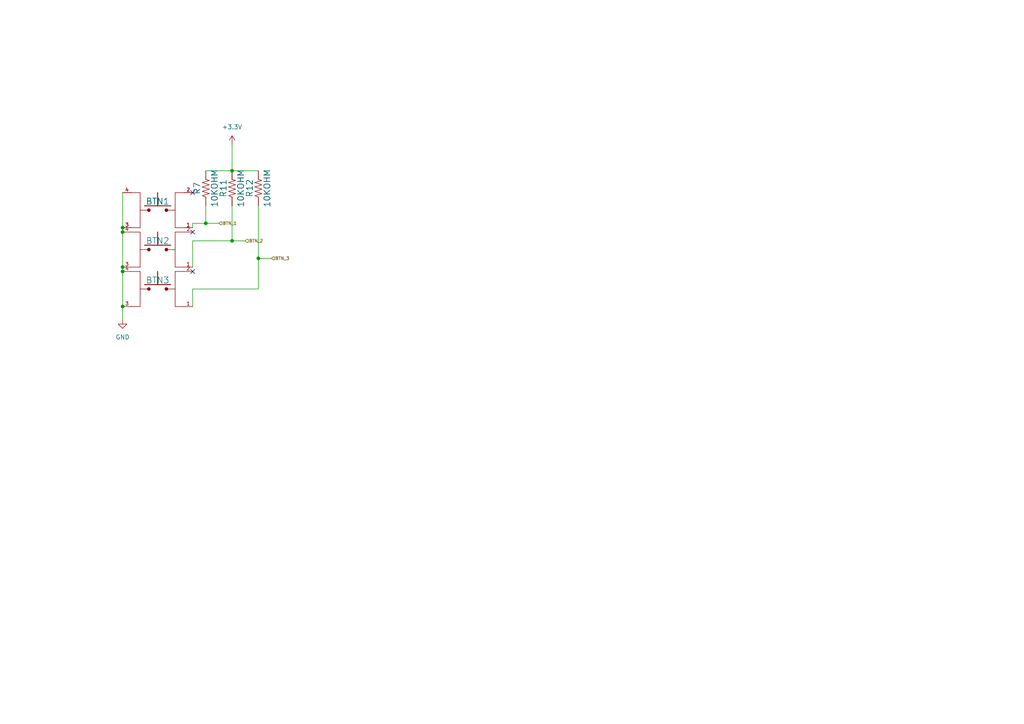
<source format=kicad_sch>
(kicad_sch
	(version 20231120)
	(generator "eeschema")
	(generator_version "8.0")
	(uuid "8b39c053-5c84-4e30-bece-ff02b3beed41")
	(paper "A4")
	(lib_symbols
		(symbol "SparkFun_Qwiic_Micro_SAMD21E-eagle-import:10KOHM-0402-1/16W-1%"
			(exclude_from_sim no)
			(in_bom yes)
			(on_board yes)
			(property "Reference" "R"
				(at 0 1.524 0)
				(effects
					(font
						(size 1.778 1.778)
					)
					(justify bottom)
				)
			)
			(property "Value" ""
				(at 0 -1.524 0)
				(effects
					(font
						(size 1.778 1.778)
					)
					(justify top)
				)
			)
			(property "Footprint" "SparkFun_Qwiic_Micro_SAMD21E:0402"
				(at 0 0 0)
				(effects
					(font
						(size 1.27 1.27)
					)
					(hide yes)
				)
			)
			(property "Datasheet" ""
				(at 0 0 0)
				(effects
					(font
						(size 1.27 1.27)
					)
					(hide yes)
				)
			)
			(property "Description" ""
				(at 0 0 0)
				(effects
					(font
						(size 1.27 1.27)
					)
					(hide yes)
				)
			)
			(property "ki_locked" ""
				(at 0 0 0)
				(effects
					(font
						(size 1.27 1.27)
					)
				)
			)
			(symbol "10KOHM-0402-1/16W-1%_1_0"
				(polyline
					(pts
						(xy -2.54 0) (xy -2.159 1.016)
					)
					(stroke
						(width 0.1524)
						(type solid)
					)
					(fill
						(type none)
					)
				)
				(polyline
					(pts
						(xy -2.159 1.016) (xy -1.524 -1.016)
					)
					(stroke
						(width 0.1524)
						(type solid)
					)
					(fill
						(type none)
					)
				)
				(polyline
					(pts
						(xy -1.524 -1.016) (xy -0.889 1.016)
					)
					(stroke
						(width 0.1524)
						(type solid)
					)
					(fill
						(type none)
					)
				)
				(polyline
					(pts
						(xy -0.889 1.016) (xy -0.254 -1.016)
					)
					(stroke
						(width 0.1524)
						(type solid)
					)
					(fill
						(type none)
					)
				)
				(polyline
					(pts
						(xy -0.254 -1.016) (xy 0.381 1.016)
					)
					(stroke
						(width 0.1524)
						(type solid)
					)
					(fill
						(type none)
					)
				)
				(polyline
					(pts
						(xy 0.381 1.016) (xy 1.016 -1.016)
					)
					(stroke
						(width 0.1524)
						(type solid)
					)
					(fill
						(type none)
					)
				)
				(polyline
					(pts
						(xy 1.016 -1.016) (xy 1.651 1.016)
					)
					(stroke
						(width 0.1524)
						(type solid)
					)
					(fill
						(type none)
					)
				)
				(polyline
					(pts
						(xy 1.651 1.016) (xy 2.286 -1.016)
					)
					(stroke
						(width 0.1524)
						(type solid)
					)
					(fill
						(type none)
					)
				)
				(polyline
					(pts
						(xy 2.286 -1.016) (xy 2.54 0)
					)
					(stroke
						(width 0.1524)
						(type solid)
					)
					(fill
						(type none)
					)
				)
				(pin passive line
					(at -5.08 0 0)
					(length 2.54)
					(name "1"
						(effects
							(font
								(size 0 0)
							)
						)
					)
					(number "1"
						(effects
							(font
								(size 0 0)
							)
						)
					)
				)
				(pin passive line
					(at 5.08 0 180)
					(length 2.54)
					(name "2"
						(effects
							(font
								(size 0 0)
							)
						)
					)
					(number "2"
						(effects
							(font
								(size 0 0)
							)
						)
					)
				)
			)
		)
		(symbol "TL3305AF160QG:TL3305AF160QG"
			(pin_names
				(offset 1.016) hide)
			(exclude_from_sim no)
			(in_bom yes)
			(on_board yes)
			(property "Reference" "S"
				(at -5.08 8.89 0)
				(effects
					(font
						(size 1.27 1.27)
					)
					(justify left bottom)
				)
			)
			(property "Value" "TL3305AF160QG"
				(at -5.08 -7.62 0)
				(effects
					(font
						(size 1.27 1.27)
					)
					(justify left bottom)
				)
			)
			(property "Footprint" "SnapEDA Library:SW_TL3305AF160QG"
				(at 0 0 0)
				(effects
					(font
						(size 1.27 1.27)
					)
					(justify left bottom)
					(hide yes)
				)
			)
			(property "Datasheet" ""
				(at 0 0 0)
				(effects
					(font
						(size 1.27 1.27)
					)
					(justify left bottom)
					(hide yes)
				)
			)
			(property "Description" ""
				(at 0 0 0)
				(effects
					(font
						(size 1.27 1.27)
					)
					(hide yes)
				)
			)
			(property "PARTREV" "C"
				(at 0 0 0)
				(effects
					(font
						(size 1.27 1.27)
					)
					(justify left bottom)
					(hide yes)
				)
			)
			(property "SNAPEDA_PN" "TL3305AF160QG"
				(at 0 0 0)
				(effects
					(font
						(size 1.27 1.27)
					)
					(justify left bottom)
					(hide yes)
				)
			)
			(property "MANUFACTURER" "E-Switch"
				(at 0 0 0)
				(effects
					(font
						(size 1.27 1.27)
					)
					(justify left bottom)
					(hide yes)
				)
			)
			(property "MAXIMUM_PACKAGE_HEIGHT" "3.8 mm"
				(at 0 0 0)
				(effects
					(font
						(size 1.27 1.27)
					)
					(justify left bottom)
					(hide yes)
				)
			)
			(property "STANDARD" "Manufacturer Recommendations"
				(at 0 0 0)
				(effects
					(font
						(size 1.27 1.27)
					)
					(justify left bottom)
					(hide yes)
				)
			)
			(property "ki_locked" ""
				(at 0 0 0)
				(effects
					(font
						(size 1.27 1.27)
					)
				)
			)
			(symbol "TL3305AF160QG_0_0"
				(circle
					(center -2.54 0)
					(radius 0.254)
					(stroke
						(width 0.508)
						(type solid)
					)
					(fill
						(type none)
					)
				)
				(polyline
					(pts
						(xy -7.62 -5.08) (xy -5.08 -5.08)
					)
					(stroke
						(width 0.1524)
						(type solid)
					)
					(fill
						(type none)
					)
				)
				(polyline
					(pts
						(xy -7.62 5.08) (xy -5.08 5.08)
					)
					(stroke
						(width 0.1524)
						(type solid)
					)
					(fill
						(type none)
					)
				)
				(polyline
					(pts
						(xy -5.08 -5.08) (xy -5.08 0)
					)
					(stroke
						(width 0.1524)
						(type solid)
					)
					(fill
						(type none)
					)
				)
				(polyline
					(pts
						(xy -5.08 0) (xy -2.54 0)
					)
					(stroke
						(width 0.1524)
						(type solid)
					)
					(fill
						(type none)
					)
				)
				(polyline
					(pts
						(xy -5.08 5.08) (xy -5.08 0)
					)
					(stroke
						(width 0.1524)
						(type solid)
					)
					(fill
						(type none)
					)
				)
				(polyline
					(pts
						(xy -3.81 1.27) (xy 0 1.27)
					)
					(stroke
						(width 0.254)
						(type solid)
					)
					(fill
						(type none)
					)
				)
				(polyline
					(pts
						(xy 0 1.27) (xy 0 5.08)
					)
					(stroke
						(width 0.254)
						(type solid)
					)
					(fill
						(type none)
					)
				)
				(polyline
					(pts
						(xy 0 1.27) (xy 3.81 1.27)
					)
					(stroke
						(width 0.254)
						(type solid)
					)
					(fill
						(type none)
					)
				)
				(polyline
					(pts
						(xy 5.08 -5.08) (xy 5.08 0)
					)
					(stroke
						(width 0.1524)
						(type solid)
					)
					(fill
						(type none)
					)
				)
				(polyline
					(pts
						(xy 5.08 0) (xy 2.54 0)
					)
					(stroke
						(width 0.1524)
						(type solid)
					)
					(fill
						(type none)
					)
				)
				(polyline
					(pts
						(xy 5.08 0) (xy 5.08 5.08)
					)
					(stroke
						(width 0.1524)
						(type solid)
					)
					(fill
						(type none)
					)
				)
				(polyline
					(pts
						(xy 5.08 5.08) (xy 7.62 5.08)
					)
					(stroke
						(width 0.1524)
						(type solid)
					)
					(fill
						(type none)
					)
				)
				(polyline
					(pts
						(xy 7.62 -5.08) (xy 5.08 -5.08)
					)
					(stroke
						(width 0.1524)
						(type solid)
					)
					(fill
						(type none)
					)
				)
				(circle
					(center 2.54 0)
					(radius 0.254)
					(stroke
						(width 0.508)
						(type solid)
					)
					(fill
						(type none)
					)
				)
				(pin passive line
					(at 10.16 -5.08 180)
					(length 2.54)
					(name "~"
						(effects
							(font
								(size 1.016 1.016)
							)
						)
					)
					(number "1"
						(effects
							(font
								(size 1.016 1.016)
							)
						)
					)
				)
				(pin passive line
					(at 10.16 5.08 180)
					(length 2.54)
					(name "~"
						(effects
							(font
								(size 1.016 1.016)
							)
						)
					)
					(number "2"
						(effects
							(font
								(size 1.016 1.016)
							)
						)
					)
				)
				(pin passive line
					(at -10.16 -5.08 0)
					(length 2.54)
					(name "~"
						(effects
							(font
								(size 1.016 1.016)
							)
						)
					)
					(number "3"
						(effects
							(font
								(size 1.016 1.016)
							)
						)
					)
				)
				(pin passive line
					(at -10.16 5.08 0)
					(length 2.54)
					(name "~"
						(effects
							(font
								(size 1.016 1.016)
							)
						)
					)
					(number "4"
						(effects
							(font
								(size 1.016 1.016)
							)
						)
					)
				)
			)
		)
		(symbol "power:+3.3V"
			(power)
			(pin_names
				(offset 0)
			)
			(exclude_from_sim no)
			(in_bom yes)
			(on_board yes)
			(property "Reference" "#PWR"
				(at 0 -3.81 0)
				(effects
					(font
						(size 1.27 1.27)
					)
					(hide yes)
				)
			)
			(property "Value" "+3.3V"
				(at 0 3.556 0)
				(effects
					(font
						(size 1.27 1.27)
					)
				)
			)
			(property "Footprint" ""
				(at 0 0 0)
				(effects
					(font
						(size 1.27 1.27)
					)
					(hide yes)
				)
			)
			(property "Datasheet" ""
				(at 0 0 0)
				(effects
					(font
						(size 1.27 1.27)
					)
					(hide yes)
				)
			)
			(property "Description" "Power symbol creates a global label with name \"+3.3V\""
				(at 0 0 0)
				(effects
					(font
						(size 1.27 1.27)
					)
					(hide yes)
				)
			)
			(property "ki_keywords" "global power"
				(at 0 0 0)
				(effects
					(font
						(size 1.27 1.27)
					)
					(hide yes)
				)
			)
			(symbol "+3.3V_0_1"
				(polyline
					(pts
						(xy -0.762 1.27) (xy 0 2.54)
					)
					(stroke
						(width 0)
						(type default)
					)
					(fill
						(type none)
					)
				)
				(polyline
					(pts
						(xy 0 0) (xy 0 2.54)
					)
					(stroke
						(width 0)
						(type default)
					)
					(fill
						(type none)
					)
				)
				(polyline
					(pts
						(xy 0 2.54) (xy 0.762 1.27)
					)
					(stroke
						(width 0)
						(type default)
					)
					(fill
						(type none)
					)
				)
			)
			(symbol "+3.3V_1_1"
				(pin power_in line
					(at 0 0 90)
					(length 0) hide
					(name "+3.3V"
						(effects
							(font
								(size 1.27 1.27)
							)
						)
					)
					(number "1"
						(effects
							(font
								(size 1.27 1.27)
							)
						)
					)
				)
			)
		)
		(symbol "power:GND"
			(power)
			(pin_names
				(offset 0)
			)
			(exclude_from_sim no)
			(in_bom yes)
			(on_board yes)
			(property "Reference" "#PWR"
				(at 0 -6.35 0)
				(effects
					(font
						(size 1.27 1.27)
					)
					(hide yes)
				)
			)
			(property "Value" "GND"
				(at 0 -3.81 0)
				(effects
					(font
						(size 1.27 1.27)
					)
				)
			)
			(property "Footprint" ""
				(at 0 0 0)
				(effects
					(font
						(size 1.27 1.27)
					)
					(hide yes)
				)
			)
			(property "Datasheet" ""
				(at 0 0 0)
				(effects
					(font
						(size 1.27 1.27)
					)
					(hide yes)
				)
			)
			(property "Description" "Power symbol creates a global label with name \"GND\" , ground"
				(at 0 0 0)
				(effects
					(font
						(size 1.27 1.27)
					)
					(hide yes)
				)
			)
			(property "ki_keywords" "global power"
				(at 0 0 0)
				(effects
					(font
						(size 1.27 1.27)
					)
					(hide yes)
				)
			)
			(symbol "GND_0_1"
				(polyline
					(pts
						(xy 0 0) (xy 0 -1.27) (xy 1.27 -1.27) (xy 0 -2.54) (xy -1.27 -1.27) (xy 0 -1.27)
					)
					(stroke
						(width 0)
						(type default)
					)
					(fill
						(type none)
					)
				)
			)
			(symbol "GND_1_1"
				(pin power_in line
					(at 0 0 270)
					(length 0) hide
					(name "GND"
						(effects
							(font
								(size 1.27 1.27)
							)
						)
					)
					(number "1"
						(effects
							(font
								(size 1.27 1.27)
							)
						)
					)
				)
			)
		)
	)
	(junction
		(at 59.69 64.77)
		(diameter 0)
		(color 0 0 0 0)
		(uuid "06470f85-20d7-4392-8069-879deb780e8e")
	)
	(junction
		(at 35.56 88.9)
		(diameter 0)
		(color 0 0 0 0)
		(uuid "1dc07c60-15ac-49ee-a4a3-89b981357ff2")
	)
	(junction
		(at 67.31 69.85)
		(diameter 0)
		(color 0 0 0 0)
		(uuid "3632beb2-c89a-4105-995b-b50cd50027b3")
	)
	(junction
		(at 67.31 49.53)
		(diameter 0)
		(color 0 0 0 0)
		(uuid "5343d67a-e196-4132-a5c6-2d0c0a586824")
	)
	(junction
		(at 74.93 74.93)
		(diameter 0)
		(color 0 0 0 0)
		(uuid "6cfde038-b120-4913-a360-975822c5ab2d")
	)
	(junction
		(at 35.56 66.04)
		(diameter 0)
		(color 0 0 0 0)
		(uuid "a65aebe5-6eab-4439-9777-91bc51ff3afe")
	)
	(junction
		(at 35.56 78.74)
		(diameter 0)
		(color 0 0 0 0)
		(uuid "a97d2aef-208a-4348-98f0-f2ee69b535e7")
	)
	(junction
		(at 35.56 77.47)
		(diameter 0)
		(color 0 0 0 0)
		(uuid "e2188cda-247b-4f12-885c-fd3f8209df2b")
	)
	(junction
		(at 35.56 67.31)
		(diameter 0)
		(color 0 0 0 0)
		(uuid "ec13f1b9-f832-4a0e-8948-f3e596504275")
	)
	(no_connect
		(at 55.88 78.74)
		(uuid "0cef2ca3-c075-44f8-b4b7-796cedac4cb5")
	)
	(no_connect
		(at 55.88 67.31)
		(uuid "48cf7b94-8d89-4e14-aa29-81db67e54b87")
	)
	(no_connect
		(at 55.88 55.88)
		(uuid "4fa93fb4-fec7-44d7-9180-03bd2fb8c001")
	)
	(wire
		(pts
			(xy 55.88 64.77) (xy 55.88 66.04)
		)
		(stroke
			(width 0)
			(type default)
		)
		(uuid "00722698-531b-4237-916c-7d5096f7b786")
	)
	(wire
		(pts
			(xy 55.88 64.77) (xy 59.69 64.77)
		)
		(stroke
			(width 0)
			(type default)
		)
		(uuid "14c38f69-571a-47c7-b6af-77ea413d06df")
	)
	(wire
		(pts
			(xy 55.88 69.85) (xy 67.31 69.85)
		)
		(stroke
			(width 0)
			(type default)
		)
		(uuid "15c696e7-43bb-4e49-8e0a-745107de2fe6")
	)
	(wire
		(pts
			(xy 59.69 59.69) (xy 59.69 64.77)
		)
		(stroke
			(width 0)
			(type default)
		)
		(uuid "16e8c671-80c9-4406-8202-4a23ef4e5918")
	)
	(wire
		(pts
			(xy 59.69 49.53) (xy 67.31 49.53)
		)
		(stroke
			(width 0)
			(type default)
		)
		(uuid "1ac87388-2ac7-43b9-9b9e-fc46a72dec2f")
	)
	(wire
		(pts
			(xy 35.56 66.04) (xy 35.56 67.31)
		)
		(stroke
			(width 0)
			(type default)
		)
		(uuid "2377b0c1-7695-4e9e-9dd9-921d9151653e")
	)
	(wire
		(pts
			(xy 55.88 83.82) (xy 55.88 88.9)
		)
		(stroke
			(width 0)
			(type default)
		)
		(uuid "2adc6f0e-98b7-4741-aef7-0327b384be47")
	)
	(wire
		(pts
			(xy 74.93 74.93) (xy 74.93 59.69)
		)
		(stroke
			(width 0)
			(type default)
		)
		(uuid "33d5e5d6-bb06-4eb6-a391-6a2fcb63f49f")
	)
	(wire
		(pts
			(xy 35.56 78.74) (xy 35.56 88.9)
		)
		(stroke
			(width 0)
			(type default)
		)
		(uuid "39f9f979-6aa5-4875-8319-321b55e75c40")
	)
	(wire
		(pts
			(xy 59.69 64.77) (xy 63.5 64.77)
		)
		(stroke
			(width 0)
			(type default)
		)
		(uuid "49b7e48d-a699-478c-82f2-d38a7872e946")
	)
	(wire
		(pts
			(xy 35.56 88.9) (xy 35.56 92.71)
		)
		(stroke
			(width 0)
			(type default)
		)
		(uuid "566d33f2-641c-4ad2-9703-1609a2db4bc9")
	)
	(wire
		(pts
			(xy 55.88 69.85) (xy 55.88 77.47)
		)
		(stroke
			(width 0)
			(type default)
		)
		(uuid "8035f3c8-bdaf-446e-b06b-3c0c13c9231b")
	)
	(wire
		(pts
			(xy 74.93 74.93) (xy 74.93 83.82)
		)
		(stroke
			(width 0)
			(type default)
		)
		(uuid "9a8413ed-5f75-4ee8-8f68-b4a641a8dc68")
	)
	(wire
		(pts
			(xy 67.31 41.91) (xy 67.31 49.53)
		)
		(stroke
			(width 0)
			(type default)
		)
		(uuid "a267f756-212b-4aab-aa3c-471053fadd3a")
	)
	(wire
		(pts
			(xy 67.31 69.85) (xy 71.12 69.85)
		)
		(stroke
			(width 0)
			(type default)
		)
		(uuid "ad6f698d-d809-49bb-9a10-7706ad28f559")
	)
	(wire
		(pts
			(xy 35.56 55.88) (xy 35.56 66.04)
		)
		(stroke
			(width 0)
			(type default)
		)
		(uuid "c3d9cbf5-3d68-4a5c-b984-f21e9fa90b12")
	)
	(wire
		(pts
			(xy 35.56 67.31) (xy 35.56 77.47)
		)
		(stroke
			(width 0)
			(type default)
		)
		(uuid "ccefa0c7-1627-44a3-9551-a0f8834f98e4")
	)
	(wire
		(pts
			(xy 67.31 59.69) (xy 67.31 69.85)
		)
		(stroke
			(width 0)
			(type default)
		)
		(uuid "dfd83095-b61a-4840-a06b-5fd9517cda4f")
	)
	(wire
		(pts
			(xy 74.93 83.82) (xy 55.88 83.82)
		)
		(stroke
			(width 0)
			(type default)
		)
		(uuid "e5a4a49b-590c-403f-8321-8ead9ea24fdf")
	)
	(wire
		(pts
			(xy 35.56 77.47) (xy 35.56 78.74)
		)
		(stroke
			(width 0)
			(type default)
		)
		(uuid "efb2f0ad-78e3-46de-ba91-522c7bebf16b")
	)
	(wire
		(pts
			(xy 67.31 49.53) (xy 74.93 49.53)
		)
		(stroke
			(width 0)
			(type default)
		)
		(uuid "f5a86f49-3977-4d69-b86f-e030f41be4fd")
	)
	(wire
		(pts
			(xy 74.93 74.93) (xy 78.74 74.93)
		)
		(stroke
			(width 0)
			(type default)
		)
		(uuid "f7d452de-1a01-48a7-a4c9-2641035a1978")
	)
	(hierarchical_label "BTN_3"
		(shape input)
		(at 78.74 74.93 0)
		(fields_autoplaced yes)
		(effects
			(font
				(size 0.889 0.889)
			)
			(justify left)
		)
		(uuid "84c26504-1b5a-4495-ada3-37efd1f1a06c")
	)
	(hierarchical_label "BTN_1"
		(shape input)
		(at 63.5 64.77 0)
		(fields_autoplaced yes)
		(effects
			(font
				(size 0.889 0.889)
			)
			(justify left)
		)
		(uuid "bedb046c-f726-46e2-b8dc-853c37c5db5a")
	)
	(hierarchical_label "BTN_2"
		(shape input)
		(at 71.12 69.85 0)
		(fields_autoplaced yes)
		(effects
			(font
				(size 0.889 0.889)
			)
			(justify left)
		)
		(uuid "c2d66fca-3baf-4c7c-a19a-6a3800abcf4d")
	)
	(symbol
		(lib_id "TL3305AF160QG:TL3305AF160QG")
		(at 45.72 72.39 0)
		(unit 1)
		(exclude_from_sim no)
		(in_bom yes)
		(on_board yes)
		(dnp no)
		(uuid "34855968-c0bd-4f98-9c57-34b07c2cdd28")
		(property "Reference" "BTN2"
			(at 45.72 70.866 0)
			(effects
				(font
					(size 1.778 1.778)
				)
				(justify bottom)
			)
		)
		(property "Value" "BTN2"
			(at 45.72 72.898 0)
			(effects
				(font
					(size 1.778 1.778)
				)
				(justify top)
				(hide yes)
			)
		)
		(property "Footprint" "SnapEDA Library:SW_TL3305AF160QG"
			(at 45.72 72.39 0)
			(effects
				(font
					(size 1.27 1.27)
				)
				(justify left bottom)
				(hide yes)
			)
		)
		(property "Datasheet" "~"
			(at 45.72 72.39 0)
			(effects
				(font
					(size 1.27 1.27)
				)
				(justify left bottom)
				(hide yes)
			)
		)
		(property "Description" ""
			(at 45.72 72.39 0)
			(effects
				(font
					(size 1.27 1.27)
				)
				(hide yes)
			)
		)
		(property "PARTREV" "C"
			(at 45.72 72.39 0)
			(effects
				(font
					(size 1.27 1.27)
				)
				(justify left bottom)
				(hide yes)
			)
		)
		(property "SNAPEDA_PN" "TL3305AF160QG"
			(at 45.72 72.39 0)
			(effects
				(font
					(size 1.27 1.27)
				)
				(justify left bottom)
				(hide yes)
			)
		)
		(property "MANUFACTURER" "E-Switch"
			(at 45.72 72.39 0)
			(effects
				(font
					(size 1.27 1.27)
				)
				(justify left bottom)
				(hide yes)
			)
		)
		(property "MAXIMUM_PACKAGE_HEIGHT" "3.8 mm"
			(at 45.72 72.39 0)
			(effects
				(font
					(size 1.27 1.27)
				)
				(justify left bottom)
				(hide yes)
			)
		)
		(property "STANDARD" "Manufacturer Recommendations"
			(at 45.72 72.39 0)
			(effects
				(font
					(size 1.27 1.27)
				)
				(justify left bottom)
				(hide yes)
			)
		)
		(property "Mouser Part Number" "612-TL3305AF160QG"
			(at 45.72 72.39 0)
			(effects
				(font
					(size 1.27 1.27)
				)
				(hide yes)
			)
		)
		(pin "1"
			(uuid "d9099821-ad03-41c7-bb15-683a3e8b16c9")
		)
		(pin "2"
			(uuid "9f5000c6-7053-4df3-82f7-a8e53099dfda")
		)
		(pin "3"
			(uuid "89ecefd5-dece-4d17-af34-6b46c658fac2")
		)
		(pin "4"
			(uuid "40dc978f-0cf3-471b-9305-c5e0af223be6")
		)
		(instances
			(project "LegoLight_R2_4layers"
				(path "/b7df49f9-2249-4c59-91c1-22f2b0733f01/bd34acf6-f7f5-4a5e-b604-4ec4b8b2120a"
					(reference "BTN2")
					(unit 1)
				)
			)
		)
	)
	(symbol
		(lib_id "SparkFun_Qwiic_Micro_SAMD21E-eagle-import:10KOHM-0402-1/16W-1%")
		(at 59.69 54.61 90)
		(unit 1)
		(exclude_from_sim no)
		(in_bom yes)
		(on_board yes)
		(dnp no)
		(uuid "4a338086-27fb-42c2-96fd-14d29c92b89d")
		(property "Reference" "R7"
			(at 58.166 54.61 0)
			(effects
				(font
					(size 1.778 1.778)
				)
				(justify bottom)
			)
		)
		(property "Value" "10KOHM"
			(at 61.214 54.61 0)
			(effects
				(font
					(size 1.778 1.778)
				)
				(justify top)
			)
		)
		(property "Footprint" "Resistor_SMD:R_0805_2012Metric_Pad1.20x1.40mm_HandSolder"
			(at 59.69 54.61 0)
			(effects
				(font
					(size 1.27 1.27)
				)
				(hide yes)
			)
		)
		(property "Datasheet" ""
			(at 59.69 54.61 0)
			(effects
				(font
					(size 1.27 1.27)
				)
				(hide yes)
			)
		)
		(property "Description" ""
			(at 59.69 54.61 0)
			(effects
				(font
					(size 1.27 1.27)
				)
				(hide yes)
			)
		)
		(property "Mouser Part Number" "652-CR0805-JW-103ELF"
			(at 59.69 54.61 0)
			(effects
				(font
					(size 1.27 1.27)
				)
				(hide yes)
			)
		)
		(pin "2"
			(uuid "2a79243a-abb6-4d74-ade3-fa19c6a5dbaa")
		)
		(pin "1"
			(uuid "40d617a3-3c52-4f79-8aa3-0c72323283b1")
		)
		(instances
			(project "LegoLight_R2_4layers"
				(path "/b7df49f9-2249-4c59-91c1-22f2b0733f01/bd34acf6-f7f5-4a5e-b604-4ec4b8b2120a"
					(reference "R7")
					(unit 1)
				)
			)
		)
	)
	(symbol
		(lib_id "TL3305AF160QG:TL3305AF160QG")
		(at 45.72 83.82 0)
		(unit 1)
		(exclude_from_sim no)
		(in_bom yes)
		(on_board yes)
		(dnp no)
		(uuid "56872306-9b2d-4221-879d-66d483e19771")
		(property "Reference" "BTN3"
			(at 45.72 82.296 0)
			(effects
				(font
					(size 1.778 1.778)
				)
				(justify bottom)
			)
		)
		(property "Value" "BTN3"
			(at 45.72 84.328 0)
			(effects
				(font
					(size 1.778 1.778)
				)
				(justify top)
				(hide yes)
			)
		)
		(property "Footprint" "SnapEDA Library:SW_TL3305AF160QG"
			(at 45.72 83.82 0)
			(effects
				(font
					(size 1.27 1.27)
				)
				(justify left bottom)
				(hide yes)
			)
		)
		(property "Datasheet" "~"
			(at 45.72 83.82 0)
			(effects
				(font
					(size 1.27 1.27)
				)
				(justify left bottom)
				(hide yes)
			)
		)
		(property "Description" ""
			(at 45.72 83.82 0)
			(effects
				(font
					(size 1.27 1.27)
				)
				(hide yes)
			)
		)
		(property "PARTREV" "C"
			(at 45.72 83.82 0)
			(effects
				(font
					(size 1.27 1.27)
				)
				(justify left bottom)
				(hide yes)
			)
		)
		(property "SNAPEDA_PN" "TL3305AF160QG"
			(at 45.72 83.82 0)
			(effects
				(font
					(size 1.27 1.27)
				)
				(justify left bottom)
				(hide yes)
			)
		)
		(property "MANUFACTURER" "E-Switch"
			(at 45.72 83.82 0)
			(effects
				(font
					(size 1.27 1.27)
				)
				(justify left bottom)
				(hide yes)
			)
		)
		(property "MAXIMUM_PACKAGE_HEIGHT" "3.8 mm"
			(at 45.72 83.82 0)
			(effects
				(font
					(size 1.27 1.27)
				)
				(justify left bottom)
				(hide yes)
			)
		)
		(property "STANDARD" "Manufacturer Recommendations"
			(at 45.72 83.82 0)
			(effects
				(font
					(size 1.27 1.27)
				)
				(justify left bottom)
				(hide yes)
			)
		)
		(property "Mouser Part Number" "612-TL3305AF160QG"
			(at 45.72 83.82 0)
			(effects
				(font
					(size 1.27 1.27)
				)
				(hide yes)
			)
		)
		(pin "1"
			(uuid "30979ad4-c470-4c00-a96b-b58ce819d280")
		)
		(pin "2"
			(uuid "f2e11844-11a1-4b60-aadb-ba03c9da81a0")
		)
		(pin "3"
			(uuid "944022cd-8790-491c-b1fb-0a8c0d70b2f7")
		)
		(pin "4"
			(uuid "86c9d48d-6f62-403e-b135-5296c9a7e6b2")
		)
		(instances
			(project "LegoLight_R2_4layers"
				(path "/b7df49f9-2249-4c59-91c1-22f2b0733f01/bd34acf6-f7f5-4a5e-b604-4ec4b8b2120a"
					(reference "BTN3")
					(unit 1)
				)
			)
		)
	)
	(symbol
		(lib_id "TL3305AF160QG:TL3305AF160QG")
		(at 45.72 60.96 0)
		(unit 1)
		(exclude_from_sim no)
		(in_bom yes)
		(on_board yes)
		(dnp no)
		(uuid "6d8174c6-aca5-4688-a0bd-4996246a4104")
		(property "Reference" "BTN1"
			(at 45.72 59.436 0)
			(effects
				(font
					(size 1.778 1.778)
				)
				(justify bottom)
			)
		)
		(property "Value" "BTN1"
			(at 45.72 61.468 0)
			(effects
				(font
					(size 1.778 1.778)
				)
				(justify top)
				(hide yes)
			)
		)
		(property "Footprint" "SnapEDA Library:SW_TL3305AF160QG"
			(at 45.72 60.96 0)
			(effects
				(font
					(size 1.27 1.27)
				)
				(justify left bottom)
				(hide yes)
			)
		)
		(property "Datasheet" "~"
			(at 45.72 60.96 0)
			(effects
				(font
					(size 1.27 1.27)
				)
				(justify left bottom)
				(hide yes)
			)
		)
		(property "Description" ""
			(at 45.72 60.96 0)
			(effects
				(font
					(size 1.27 1.27)
				)
				(hide yes)
			)
		)
		(property "PARTREV" "C"
			(at 45.72 60.96 0)
			(effects
				(font
					(size 1.27 1.27)
				)
				(justify left bottom)
				(hide yes)
			)
		)
		(property "SNAPEDA_PN" "TL3305AF160QG"
			(at 45.72 60.96 0)
			(effects
				(font
					(size 1.27 1.27)
				)
				(justify left bottom)
				(hide yes)
			)
		)
		(property "MANUFACTURER" "E-Switch"
			(at 45.72 60.96 0)
			(effects
				(font
					(size 1.27 1.27)
				)
				(justify left bottom)
				(hide yes)
			)
		)
		(property "MAXIMUM_PACKAGE_HEIGHT" "3.8 mm"
			(at 45.72 60.96 0)
			(effects
				(font
					(size 1.27 1.27)
				)
				(justify left bottom)
				(hide yes)
			)
		)
		(property "STANDARD" "Manufacturer Recommendations"
			(at 45.72 60.96 0)
			(effects
				(font
					(size 1.27 1.27)
				)
				(justify left bottom)
				(hide yes)
			)
		)
		(property "Mouser Part Number" "612-TL3305AF160QG"
			(at 45.72 60.96 0)
			(effects
				(font
					(size 1.27 1.27)
				)
				(hide yes)
			)
		)
		(pin "1"
			(uuid "c2dbc9e7-533d-4c14-9c27-1e71dcf32e7f")
		)
		(pin "2"
			(uuid "03b0e55d-ec77-447a-8a70-473d0d623de6")
		)
		(pin "3"
			(uuid "972ca8fe-7d74-4d2a-b543-d57381803bbf")
		)
		(pin "4"
			(uuid "0874fc50-c4b5-495c-a559-cd1db0548cad")
		)
		(instances
			(project "LegoLight_R2_4layers"
				(path "/b7df49f9-2249-4c59-91c1-22f2b0733f01/bd34acf6-f7f5-4a5e-b604-4ec4b8b2120a"
					(reference "BTN1")
					(unit 1)
				)
			)
		)
	)
	(symbol
		(lib_id "power:GND")
		(at 35.56 92.71 0)
		(unit 1)
		(exclude_from_sim no)
		(in_bom yes)
		(on_board yes)
		(dnp no)
		(fields_autoplaced yes)
		(uuid "76289da5-e55b-442e-a650-20b4d9f016f5")
		(property "Reference" "#PWR036"
			(at 35.56 99.06 0)
			(effects
				(font
					(size 1.27 1.27)
				)
				(hide yes)
			)
		)
		(property "Value" "GND"
			(at 35.56 97.79 0)
			(effects
				(font
					(size 1.27 1.27)
				)
			)
		)
		(property "Footprint" ""
			(at 35.56 92.71 0)
			(effects
				(font
					(size 1.27 1.27)
				)
				(hide yes)
			)
		)
		(property "Datasheet" ""
			(at 35.56 92.71 0)
			(effects
				(font
					(size 1.27 1.27)
				)
				(hide yes)
			)
		)
		(property "Description" ""
			(at 35.56 92.71 0)
			(effects
				(font
					(size 1.27 1.27)
				)
				(hide yes)
			)
		)
		(pin "1"
			(uuid "b2368537-0623-45df-a108-7692140e0171")
		)
		(instances
			(project "LegoLight_R2_4layers"
				(path "/b7df49f9-2249-4c59-91c1-22f2b0733f01/bd34acf6-f7f5-4a5e-b604-4ec4b8b2120a"
					(reference "#PWR036")
					(unit 1)
				)
			)
		)
	)
	(symbol
		(lib_id "power:+3.3V")
		(at 67.31 41.91 0)
		(unit 1)
		(exclude_from_sim no)
		(in_bom yes)
		(on_board yes)
		(dnp no)
		(fields_autoplaced yes)
		(uuid "c58f9377-0e21-4bc9-a606-99d750f69cdd")
		(property "Reference" "#PWR037"
			(at 67.31 45.72 0)
			(effects
				(font
					(size 1.27 1.27)
				)
				(hide yes)
			)
		)
		(property "Value" "+3.3V"
			(at 67.31 36.83 0)
			(effects
				(font
					(size 1.27 1.27)
				)
			)
		)
		(property "Footprint" ""
			(at 67.31 41.91 0)
			(effects
				(font
					(size 1.27 1.27)
				)
				(hide yes)
			)
		)
		(property "Datasheet" ""
			(at 67.31 41.91 0)
			(effects
				(font
					(size 1.27 1.27)
				)
				(hide yes)
			)
		)
		(property "Description" ""
			(at 67.31 41.91 0)
			(effects
				(font
					(size 1.27 1.27)
				)
				(hide yes)
			)
		)
		(pin "1"
			(uuid "bb5293cf-7a2f-4d26-ab51-38fea4ce7ee5")
		)
		(instances
			(project "LegoLight_R2_4layers"
				(path "/b7df49f9-2249-4c59-91c1-22f2b0733f01/bd34acf6-f7f5-4a5e-b604-4ec4b8b2120a"
					(reference "#PWR037")
					(unit 1)
				)
			)
		)
	)
	(symbol
		(lib_id "SparkFun_Qwiic_Micro_SAMD21E-eagle-import:10KOHM-0402-1/16W-1%")
		(at 67.31 54.61 90)
		(unit 1)
		(exclude_from_sim no)
		(in_bom yes)
		(on_board yes)
		(dnp no)
		(uuid "c5f7bd65-87e8-4a1a-81e5-32e34947712d")
		(property "Reference" "R11"
			(at 65.786 54.61 0)
			(effects
				(font
					(size 1.778 1.778)
				)
				(justify bottom)
			)
		)
		(property "Value" "10KOHM"
			(at 68.834 54.61 0)
			(effects
				(font
					(size 1.778 1.778)
				)
				(justify top)
			)
		)
		(property "Footprint" "Resistor_SMD:R_0805_2012Metric_Pad1.20x1.40mm_HandSolder"
			(at 67.31 54.61 0)
			(effects
				(font
					(size 1.27 1.27)
				)
				(hide yes)
			)
		)
		(property "Datasheet" ""
			(at 67.31 54.61 0)
			(effects
				(font
					(size 1.27 1.27)
				)
				(hide yes)
			)
		)
		(property "Description" ""
			(at 67.31 54.61 0)
			(effects
				(font
					(size 1.27 1.27)
				)
				(hide yes)
			)
		)
		(property "Mouser Part Number" "652-CR0805-JW-103ELF"
			(at 67.31 54.61 0)
			(effects
				(font
					(size 1.27 1.27)
				)
				(hide yes)
			)
		)
		(pin "2"
			(uuid "ec290b5e-3b9c-4e6e-9d7d-2ff40b8e027e")
		)
		(pin "1"
			(uuid "9c4a9aa1-bda2-4d05-bd77-d3b58d3e405e")
		)
		(instances
			(project "LegoLight_R2_4layers"
				(path "/b7df49f9-2249-4c59-91c1-22f2b0733f01/bd34acf6-f7f5-4a5e-b604-4ec4b8b2120a"
					(reference "R11")
					(unit 1)
				)
			)
		)
	)
	(symbol
		(lib_id "SparkFun_Qwiic_Micro_SAMD21E-eagle-import:10KOHM-0402-1/16W-1%")
		(at 74.93 54.61 90)
		(unit 1)
		(exclude_from_sim no)
		(in_bom yes)
		(on_board yes)
		(dnp no)
		(uuid "dbaef676-74a5-44c6-a384-922a48a96916")
		(property "Reference" "R12"
			(at 73.406 54.61 0)
			(effects
				(font
					(size 1.778 1.778)
				)
				(justify bottom)
			)
		)
		(property "Value" "10KOHM"
			(at 76.454 54.61 0)
			(effects
				(font
					(size 1.778 1.778)
				)
				(justify top)
			)
		)
		(property "Footprint" "Resistor_SMD:R_0805_2012Metric_Pad1.20x1.40mm_HandSolder"
			(at 74.93 54.61 0)
			(effects
				(font
					(size 1.27 1.27)
				)
				(hide yes)
			)
		)
		(property "Datasheet" ""
			(at 74.93 54.61 0)
			(effects
				(font
					(size 1.27 1.27)
				)
				(hide yes)
			)
		)
		(property "Description" ""
			(at 74.93 54.61 0)
			(effects
				(font
					(size 1.27 1.27)
				)
				(hide yes)
			)
		)
		(property "Mouser Part Number" "652-CR0805-JW-103ELF"
			(at 74.93 54.61 0)
			(effects
				(font
					(size 1.27 1.27)
				)
				(hide yes)
			)
		)
		(pin "2"
			(uuid "07107f89-58e1-4bdf-a266-4873a78fc65f")
		)
		(pin "1"
			(uuid "931f7df4-ee3f-43be-89dd-302c07196117")
		)
		(instances
			(project "LegoLight_R2_4layers"
				(path "/b7df49f9-2249-4c59-91c1-22f2b0733f01/bd34acf6-f7f5-4a5e-b604-4ec4b8b2120a"
					(reference "R12")
					(unit 1)
				)
			)
		)
	)
)
</source>
